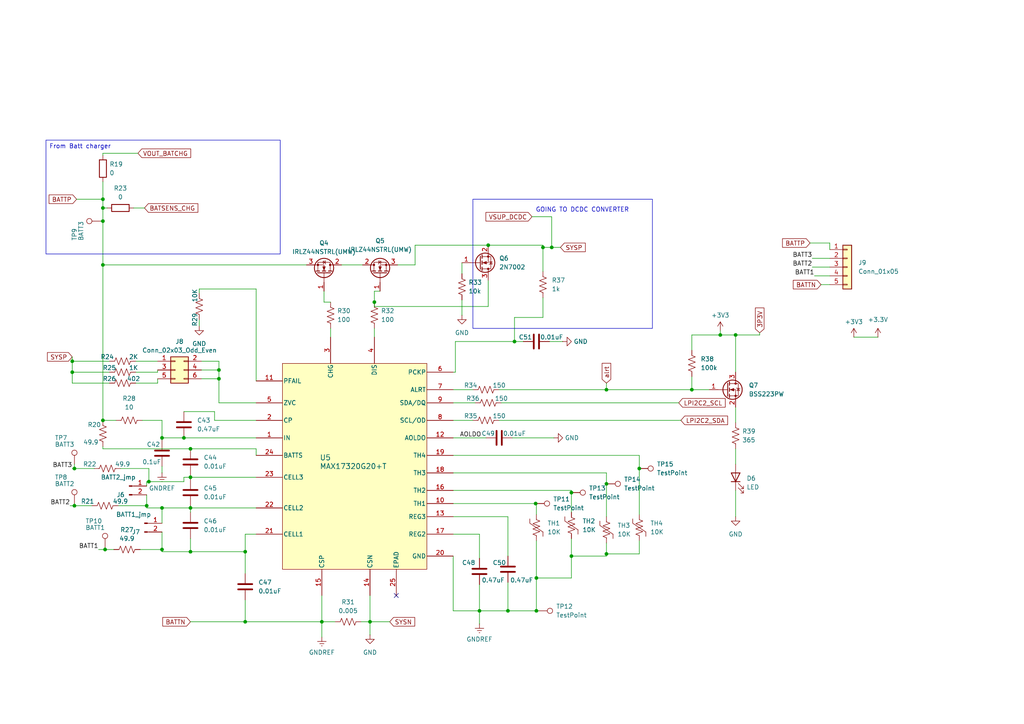
<source format=kicad_sch>
(kicad_sch (version 20250114) (generator "eeschema") (generator_version "9.0")
  (paper "A4")
  (lib_symbols
    (symbol "Connector:Conn_01x02_Pin" (pin_names (offset 1.016) (hide yes))
      (property "Reference" "J" (at 0 2.54 0))
      (property "Value" "Conn_01x02_Pin" (at 0 -5.08 0))
      (symbol "Conn_01x02_Pin_1_1"
        (rectangle (start 0.8636 0.127) (end 0 -0.127) (stroke (width 0.1524)) (fill (type outline)))
        (rectangle (start 0.8636 -2.413) (end 0 -2.667) (stroke (width 0.1524)) (fill (type outline)))
        (polyline (pts (xy 1.27 0) (xy 0.8636 0)) (stroke (width 0.1524)))
        (polyline (pts (xy 1.27 -2.54) (xy 0.8636 -2.54)) (stroke (width 0.1524)))
        (pin passive line (at 5.08 0 180) (length 3.81) (name "Pin_1") (number "1"))
        (pin passive line (at 5.08 -2.54 180) (length 3.81) (name "Pin_2") (number "2"))
      )
    )
    (symbol "Connector:TestPoint" (pin_numbers (hide yes)) (pin_names (offset 0.762) (hide yes))
      (property "Reference" "TP" (at 0 6.858 0))
      (property "Value" "TestPoint" (at 0 5.08 0))
      (symbol "TestPoint_0_1"
        (circle (center 0 3.302) (radius 0.762))
      )
      (symbol "TestPoint_1_1"
        (pin passive line (at 0 0 90) (length 2.54) (name "1") (number "1"))
      )
    )
    (symbol "Connector_Generic:Conn_01x05" (pin_names (offset 1.016) (hide yes))
      (property "Reference" "J" (at 0 7.62 0))
      (property "Value" "Conn_01x05" (at 0 -7.62 0))
      (symbol "Conn_01x05_1_1"
        (rectangle (start -1.27 6.35) (end 1.27 -6.35) (stroke (width 0.254)) (fill (type background)))
        (rectangle (start -1.27 5.207) (end 0 4.953) (stroke (width 0.1524)))
        (rectangle (start -1.27 2.667) (end 0 2.413) (stroke (width 0.1524)))
        (rectangle (start -1.27 0.127) (end 0 -0.127) (stroke (width 0.1524)))
        (rectangle (start -1.27 -2.413) (end 0 -2.667) (stroke (width 0.1524)))
        (rectangle (start -1.27 -4.953) (end 0 -5.207) (stroke (width 0.1524)))
        (pin passive line (at -5.08 5.08 0) (length 3.81) (name "Pin_1") (number "1"))
        (pin passive line (at -5.08 2.54 0) (length 3.81) (name "Pin_2") (number "2"))
        (pin passive line (at -5.08 0 0) (length 3.81) (name "Pin_3") (number "3"))
        (pin passive line (at -5.08 -2.54 0) (length 3.81) (name "Pin_4") (number "4"))
        (pin passive line (at -5.08 -5.08 0) (length 3.81) (name "Pin_5") (number "5"))
      )
    )
    (symbol "Connector_Generic:Conn_02x03_Odd_Even" (pin_names (offset 1.016) (hide yes))
      (property "Reference" "J" (at 1.27 5.08 0))
      (property "Value" "Conn_02x03_Odd_Even" (at 1.27 -5.08 0))
      (symbol "Conn_02x03_Odd_Even_1_1"
        (rectangle (start -1.27 3.81) (end 3.81 -3.81) (stroke (width 0.254)) (fill (type background)))
        (rectangle (start -1.27 2.667) (end 0 2.413) (stroke (width 0.1524)))
        (rectangle (start -1.27 0.127) (end 0 -0.127) (stroke (width 0.1524)))
        (rectangle (start -1.27 -2.413) (end 0 -2.667) (stroke (width 0.1524)))
        (rectangle (start 3.81 2.667) (end 2.54 2.413) (stroke (width 0.1524)))
        (rectangle (start 3.81 0.127) (end 2.54 -0.127) (stroke (width 0.1524)))
        (rectangle (start 3.81 -2.413) (end 2.54 -2.667) (stroke (width 0.1524)))
        (pin passive line (at -5.08 2.54 0) (length 3.81) (name "Pin_1") (number "1"))
        (pin passive line (at -5.08 0 0) (length 3.81) (name "Pin_3") (number "3"))
        (pin passive line (at -5.08 -2.54 0) (length 3.81) (name "Pin_5") (number "5"))
        (pin passive line (at 7.62 2.54 180) (length 3.81) (name "Pin_2") (number "2"))
        (pin passive line (at 7.62 0 180) (length 3.81) (name "Pin_4") (number "4"))
        (pin passive line (at 7.62 -2.54 180) (length 3.81) (name "Pin_6") (number "6"))
      )
    )
    (symbol "Device:C" (pin_numbers (hide yes)) (pin_names (offset 0.254))
      (property "Reference" "C" (at 0.635 2.54 0))
      (property "Value" "C" (at 0.635 -2.54 0))
      (symbol "C_0_1"
        (polyline (pts (xy -2.032 0.762) (xy 2.032 0.762)) (stroke (width 0.508)))
        (polyline (pts (xy -2.032 -0.762) (xy 2.032 -0.762)) (stroke (width 0.508)))
      )
      (symbol "C_1_1"
        (pin passive line (at 0 3.81 270) (length 2.794) (name "~") (number "1"))
        (pin passive line (at 0 -3.81 90) (length 2.794) (name "~") (number "2"))
      )
    )
    (symbol "Device:LED" (pin_numbers (hide yes)) (pin_names (offset 1.016) (hide yes))
      (property "Reference" "D" (at 0 2.54 0))
      (property "Value" "LED" (at 0 -2.54 0))
      (symbol "LED_0_1"
        (polyline (pts (xy -3.048 -0.762) (xy -4.572 -2.286) (xy -3.81 -2.286) (xy -4.572 -2.286) (xy -4.572 -1.524)))
        (polyline (pts (xy -1.778 -0.762) (xy -3.302 -2.286) (xy -2.54 -2.286) (xy -3.302 -2.286) (xy -3.302 -1.524)))
        (polyline (pts (xy -1.27 0) (xy 1.27 0)))
        (polyline (pts (xy -1.27 -1.27) (xy -1.27 1.27)) (stroke (width 0.254)))
        (polyline (pts (xy 1.27 -1.27) (xy 1.27 1.27) (xy -1.27 0) (xy 1.27 -1.27)) (stroke (width 0.254)))
      )
      (symbol "LED_1_1"
        (pin passive line (at -3.81 0 0) (length 2.54) (name "K") (number "1"))
        (pin passive line (at 3.81 0 180) (length 2.54) (name "A") (number "2"))
      )
    )
    (symbol "Device:Q_NMOS_GSD" (pin_names (offset 0) (hide yes))
      (property "Reference" "Q" (at 5.08 1.27 0))
      (property "Value" "Q_NMOS_GSD" (at 5.08 -1.27 0))
      (symbol "Q_NMOS_GSD_0_1"
        (polyline (pts (xy 0.254 1.905) (xy 0.254 -1.905)) (stroke (width 0.254)))
        (polyline (pts (xy 0.254 0) (xy -2.54 0)))
        (polyline (pts (xy 0.762 2.286) (xy 0.762 1.27)) (stroke (width 0.254)))
        (polyline (pts (xy 0.762 0.508) (xy 0.762 -0.508)) (stroke (width 0.254)))
        (polyline (pts (xy 0.762 -1.27) (xy 0.762 -2.286)) (stroke (width 0.254)))
        (polyline (pts (xy 0.762 -1.778) (xy 3.302 -1.778) (xy 3.302 1.778) (xy 0.762 1.778)))
        (polyline (pts (xy 1.016 0) (xy 2.032 0.381) (xy 2.032 -0.381) (xy 1.016 0)) (fill (type outline)))
        (circle (center 1.651 0) (radius 2.794) (stroke (width 0.254)))
        (polyline (pts (xy 2.54 2.54) (xy 2.54 1.778)))
        (circle (center 2.54 1.778) (radius 0.254) (fill (type outline)))
        (circle (center 2.54 -1.778) (radius 0.254) (fill (type outline)))
        (polyline (pts (xy 2.54 -2.54) (xy 2.54 0) (xy 0.762 0)))
        (polyline (pts (xy 2.794 0.508) (xy 2.921 0.381) (xy 3.683 0.381) (xy 3.81 0.254)))
        (polyline (pts (xy 3.302 0.381) (xy 2.921 -0.254) (xy 3.683 -0.254) (xy 3.302 0.381)))
      )
      (symbol "Q_NMOS_GSD_1_1"
        (pin input line (at -5.08 0 0) (length 2.54) (name "G") (number "1"))
        (pin passive line (at 2.54 5.08 270) (length 2.54) (name "D") (number "3"))
        (pin passive line (at 2.54 -5.08 90) (length 2.54) (name "S") (number "2"))
      )
    )
    (symbol "Device:R" (pin_numbers (hide yes)) (pin_names (offset 0))
      (property "Reference" "R" (at 2.032 0 90))
      (property "Value" "R" (at 0 0 90))
      (symbol "R_0_1"
        (rectangle (start -1.016 -2.54) (end 1.016 2.54) (stroke (width 0.254)))
      )
      (symbol "R_1_1"
        (pin passive line (at 0 3.81 270) (length 1.27) (name "~") (number "1"))
        (pin passive line (at 0 -3.81 90) (length 1.27) (name "~") (number "2"))
      )
    )
    (symbol "Device:R_US" (pin_numbers (hide yes)) (pin_names (offset 0))
      (property "Reference" "R" (at 2.54 0 90))
      (property "Value" "R_US" (at -2.54 0 90))
      (symbol "R_US_0_1"
        (polyline (pts (xy 0 2.286) (xy 0 2.54)))
        (polyline (pts (xy 0 2.286) (xy 1.016 1.905) (xy 0 1.524) (xy -1.016 1.143) (xy 0 0.762)))
        (polyline (pts (xy 0 0.762) (xy 1.016 0.381) (xy 0 0) (xy -1.016 -0.381) (xy 0 -0.762)))
        (polyline (pts (xy 0 -0.762) (xy 1.016 -1.143) (xy 0 -1.524) (xy -1.016 -1.905) (xy 0 -2.286)))
        (polyline (pts (xy 0 -2.286) (xy 0 -2.54)))
      )
      (symbol "R_US_1_1"
        (pin passive line (at 0 3.81 270) (length 1.27) (name "~") (number "1"))
        (pin passive line (at 0 -3.81 90) (length 1.27) (name "~") (number "2"))
      )
    )
    (symbol "Device:Thermistor_US" (pin_numbers (hide yes)) (pin_names (offset 0))
      (property "Reference" "TH" (at 2.54 1.27 90))
      (property "Value" "Thermistor_US" (at -2.54 0 90))
      (symbol "Thermistor_US_0_1"
        (polyline (pts (xy -1.905 2.54) (xy -1.905 1.27) (xy 1.905 -1.27)))
        (polyline (pts (xy 0 2.286) (xy 0 2.54)))
        (polyline (pts (xy 0 2.286) (xy 1.016 1.905) (xy 0 1.524) (xy -1.016 1.143) (xy 0 0.762)))
        (polyline (pts (xy 0 0.762) (xy 1.016 0.381) (xy 0 0) (xy -1.016 -0.381) (xy 0 -0.762)))
        (polyline (pts (xy 0 -0.762) (xy 1.016 -1.143) (xy 0 -1.524) (xy -1.016 -1.905) (xy 0 -2.286)))
        (polyline (pts (xy 0 -2.286) (xy 0 -2.54)))
        (polyline (pts (xy 1.905 -1.27) (xy 1.905 -2.54)))
      )
      (symbol "Thermistor_US_1_1"
        (pin passive line (at 0 3.81 270) (length 1.27) (name "~") (number "1"))
        (pin passive line (at 0 -3.81 90) (length 1.27) (name "~") (number "2"))
      )
    )
    (symbol "MAX17320G20-T:MAX17320G20+T" (pin_names (offset 0.254))
      (property "Reference" "U" (at 2.54 -1.016 0))
      (property "Value" "MAX17320G20+T" (at 2.54 1.524 0))
      (symbol "MAX17320G20+T_0_1"
        (pin unspecified line (at -25.4 22.86 0) (length 7.62) (name "PFAIL") (number "11"))
        (pin unspecified line (at -25.4 16.51 0) (length 7.62) (name "ZVC") (number "5"))
        (pin output line (at -25.4 11.43 0) (length 7.62) (name "CP") (number "2"))
        (pin input line (at -25.4 6.35 0) (length 7.62) (name "IN") (number "1"))
        (pin unspecified line (at -25.4 1.27 0) (length 7.62) (name "BATTS") (number "24"))
        (pin unspecified line (at -25.4 -5.08 0) (length 7.62) (name "CELL3") (number "23"))
        (pin unspecified line (at -25.4 -13.97 0) (length 7.62) (name "CELL2") (number "22"))
        (pin unspecified line (at -25.4 -21.59 0) (length 7.62) (name "CELL1") (number "21"))
        (pin unspecified line (at -6.35 -39.37 90) (length 7.62) (name "CSP") (number "15"))
        (pin unspecified line (at -3.81 35.56 270) (length 7.62) (name "CHG") (number "3"))
        (pin unspecified line (at 7.62 -39.37 90) (length 7.62) (name "CSN") (number "14"))
        (pin unspecified line (at 8.89 35.56 270) (length 7.62) (name "DIS") (number "4"))
        (pin power_in line (at 15.24 -39.37 90) (length 7.62) (name "EPAD") (number "25"))
        (pin output line (at 31.75 20.32 180) (length 7.62) (name "ALRT") (number "7"))
        (pin bidirectional line (at 31.75 16.51 180) (length 7.62) (name "SDA/DQ") (number "9"))
        (pin input line (at 31.75 11.43 180) (length 7.62) (name "SCL/OD") (number "8"))
        (pin unspecified line (at 31.75 6.35 180) (length 7.62) (name "AOLDO") (number "12"))
        (pin input line (at 31.75 1.27 180) (length 7.62) (name "TH4") (number "19"))
        (pin input line (at 31.75 -3.81 180) (length 7.62) (name "TH3") (number "18"))
        (pin input line (at 31.75 -8.89 180) (length 7.62) (name "TH2") (number "16"))
        (pin input line (at 31.75 -12.7 180) (length 7.62) (name "TH1") (number "10"))
        (pin output line (at 31.75 -16.51 180) (length 7.62) (name "REG3") (number "13"))
        (pin output line (at 31.75 -21.59 180) (length 7.62) (name "REG2") (number "17"))
        (pin power_in line (at 31.75 -27.94 180) (length 7.62) (name "GND") (number "20"))
      )
      (symbol "MAX17320G20+T_1_1"
        (rectangle (start -17.78 27.94) (end 24.13 -31.75) (fill (type background)))
        (pin unspecified line (at 31.75 25.4 180) (length 7.62) (name "PCKP") (number "6"))
      )
    )
    (symbol "Transistor_FET:2N7002" (pin_names (hide yes))
      (property "Reference" "Q" (at 5.08 1.905 0))
      (property "Value" "2N7002" (at 5.08 0 0))
      (symbol "2N7002_0_1"
        (polyline (pts (xy 0.254 1.905) (xy 0.254 -1.905)) (stroke (width 0.254)))
        (polyline (pts (xy 0.254 0) (xy -2.54 0)))
        (polyline (pts (xy 0.762 2.286) (xy 0.762 1.27)) (stroke (width 0.254)))
        (polyline (pts (xy 0.762 0.508) (xy 0.762 -0.508)) (stroke (width 0.254)))
        (polyline (pts (xy 0.762 -1.27) (xy 0.762 -2.286)) (stroke (width 0.254)))
        (polyline (pts (xy 0.762 -1.778) (xy 3.302 -1.778) (xy 3.302 1.778) (xy 0.762 1.778)))
        (polyline (pts (xy 1.016 0) (xy 2.032 0.381) (xy 2.032 -0.381) (xy 1.016 0)) (fill (type outline)))
        (circle (center 1.651 0) (radius 2.794) (stroke (width 0.254)))
        (polyline (pts (xy 2.54 2.54) (xy 2.54 1.778)))
        (circle (center 2.54 1.778) (radius 0.254) (fill (type outline)))
        (circle (center 2.54 -1.778) (radius 0.254) (fill (type outline)))
        (polyline (pts (xy 2.54 -2.54) (xy 2.54 0) (xy 0.762 0)))
        (polyline (pts (xy 2.794 0.508) (xy 2.921 0.381) (xy 3.683 0.381) (xy 3.81 0.254)))
        (polyline (pts (xy 3.302 0.381) (xy 2.921 -0.254) (xy 3.683 -0.254) (xy 3.302 0.381)))
      )
      (symbol "2N7002_1_1"
        (pin input line (at -5.08 0 0) (length 2.54) (name "G") (number "1"))
        (pin passive line (at 2.54 5.08 270) (length 2.54) (name "D") (number "3"))
        (pin passive line (at 2.54 -5.08 90) (length 2.54) (name "S") (number "2"))
      )
    )
    (symbol "Transistor_FET:IRLZ44N" (pin_names (hide yes))
      (property "Reference" "Q" (at 5.08 1.905 0))
      (property "Value" "IRLZ44N" (at 5.08 0 0))
      (symbol "IRLZ44N_0_1"
        (polyline (pts (xy 0.254 1.905) (xy 0.254 -1.905)) (stroke (width 0.254)))
        (polyline (pts (xy 0.254 0) (xy -2.54 0)))
        (polyline (pts (xy 0.762 2.286) (xy 0.762 1.27)) (stroke (width 0.254)))
        (polyline (pts (xy 0.762 0.508) (xy 0.762 -0.508)) (stroke (width 0.254)))
        (polyline (pts (xy 0.762 -1.27) (xy 0.762 -2.286)) (stroke (width 0.254)))
        (polyline (pts (xy 0.762 -1.778) (xy 3.302 -1.778) (xy 3.302 1.778) (xy 0.762 1.778)))
        (polyline (pts (xy 1.016 0) (xy 2.032 0.381) (xy 2.032 -0.381) (xy 1.016 0)) (fill (type outline)))
        (circle (center 1.651 0) (radius 2.794) (stroke (width 0.254)))
        (polyline (pts (xy 2.54 2.54) (xy 2.54 1.778)))
        (circle (center 2.54 1.778) (radius 0.254) (fill (type outline)))
        (circle (center 2.54 -1.778) (radius 0.254) (fill (type outline)))
        (polyline (pts (xy 2.54 -2.54) (xy 2.54 0) (xy 0.762 0)))
        (polyline (pts (xy 2.794 0.508) (xy 2.921 0.381) (xy 3.683 0.381) (xy 3.81 0.254)))
        (polyline (pts (xy 3.302 0.381) (xy 2.921 -0.254) (xy 3.683 -0.254) (xy 3.302 0.381)))
      )
      (symbol "IRLZ44N_1_1"
        (pin input line (at -5.08 0 0) (length 2.54) (name "G") (number "1"))
        (pin passive line (at 2.54 5.08 270) (length 2.54) (name "D") (number "2"))
        (pin passive line (at 2.54 -5.08 90) (length 2.54) (name "S") (number "3"))
      )
    )
    (symbol "power:+3.3V" (power) (pin_numbers (hide yes)) (pin_names (offset 0) (hide yes))
      (property "Value" "+3.3V" (at 0 3.556 0))
      (symbol "+3.3V_0_1"
        (polyline (pts (xy -0.762 1.27) (xy 0 2.54)))
        (polyline (pts (xy 0 2.54) (xy 0.762 1.27)))
        (polyline (pts (xy 0 0) (xy 0 2.54)))
      )
      (symbol "+3.3V_1_1"
        (pin power_in line (at 0 0 90) (length 0) (name "~") (number "1"))
      )
    )
    (symbol "power:+3V3" (power) (pin_numbers (hide yes)) (pin_names (offset 0) (hide yes))
      (property "Value" "+3V3" (at 0 3.556 0))
      (symbol "+3V3_0_1"
        (polyline (pts (xy -0.762 1.27) (xy 0 2.54)))
        (polyline (pts (xy 0 2.54) (xy 0.762 1.27)))
        (polyline (pts (xy 0 0) (xy 0 2.54)))
      )
      (symbol "+3V3_1_1"
        (pin power_in line (at 0 0 90) (length 0) (name "~") (number "1"))
      )
    )
    (symbol "power:GND" (power) (pin_numbers (hide yes)) (pin_names (offset 0) (hide yes))
      (property "Value" "GND" (at 0 -3.81 0))
      (symbol "GND_0_1"
        (polyline (pts (xy 0 0) (xy 0 -1.27) (xy 1.27 -1.27) (xy 0 -2.54) (xy -1.27 -1.27) (xy 0 -1.27)))
      )
      (symbol "GND_1_1"
        (pin power_in line (at 0 0 270) (length 0) (name "~") (number "1"))
      )
    )
    (symbol "power:GNDREF" (power) (pin_numbers (hide yes)) (pin_names (offset 0) (hide yes))
      (property "Value" "GNDREF" (at 0 -3.81 0))
      (symbol "GNDREF_0_1"
        (polyline (pts (xy -0.635 -1.905) (xy 0.635 -1.905)))
        (polyline (pts (xy -0.127 -2.54) (xy 0.127 -2.54)))
        (polyline (pts (xy 0 -1.27) (xy 0 0)))
        (polyline (pts (xy 1.27 -1.27) (xy -1.27 -1.27)))
      )
      (symbol "GNDREF_1_1"
        (pin power_in line (at 0 0 270) (length 0) (name "~") (number "1"))
      )
    )
  )
  (rectangle (start 137.16 57.785) (end 189.23 95.25))
  (text "GOING TO DCDC CONVERTER" (at 168.91 60.96 0) (effects (font (size 1.27 1.27))))
  (text_box "From Batt charger\n" (at 13.335 40.64 0) (size 67.945 33.02) (margins 0.9525 0.9525 0.9525 0.9525) (effects (font (size 1.27 1.27)) (justify left top)))
  (junction (at 29.845 64.135))
  (junction (at 107.315 180.34))
  (junction (at 29.845 57.785))
  (junction (at 42.545 146.685))
  (junction (at 157.48 71.755))
  (junction (at 71.12 180.34))
  (junction (at 147.32 177.165))
  (junction (at 46.99 159.385))
  (junction (at 200.66 113.03))
  (junction (at 141.605 71.12))
  (junction (at 29.845 76.835))
  (junction (at 208.915 97.155))
  (junction (at 149.225 99.06))
  (junction (at 46.99 127))
  (junction (at 29.845 60.325))
  (junction (at 55.245 130.175))
  (junction (at 139.065 177.165))
  (junction (at 55.245 138.43))
  (junction (at 55.245 160.02))
  (junction (at 29.845 121.92))
  (junction (at 213.36 97.155))
  (junction (at 108.585 87.63))
  (junction (at 71.12 160.02))
  (junction (at 63.5 107.315))
  (junction (at 21.59 146.685))
  (junction (at 20.955 107.95))
  (junction (at 43.18 139.7))
  (junction (at 30.48 159.385))
  (junction (at 155.575 167.64))
  (junction (at 185.42 135.89))
  (junction (at 175.895 140.335))
  (junction (at 160.02 71.755))
  (junction (at 165.735 161.29))
  (junction (at 175.895 160.655))
  (junction (at 155.3543 146.05))
  (junction (at 63.5 109.855))
  (junction (at 155.575 177.165))
  (junction (at 165.735 142.875))
  (junction (at 21.59 135.89))
  (junction (at 46.99 147.32))
  (junction (at 20.955 104.775))
  (junction (at 53.34 127))
  (junction (at 55.245 147.32))
  (junction (at 175.895 113.03))
  (junction (at 93.345 180.34))
  (no_connect (at 114.935 172.72))
  (wire (pts (xy 29.845 76.835) (xy 88.9 76.835)))
  (wire (pts (xy 157.48 86.36) (xy 157.48 92.075)))
  (wire (pts (xy 74.295 130.175) (xy 74.295 132.08)))
  (wire (pts (xy 155.575 156.845) (xy 155.575 167.64)))
  (wire (pts (xy 141.605 81.28) (xy 141.605 88.9)))
  (wire (pts (xy 131.445 149.86) (xy 147.32 149.86)))
  (wire (pts (xy 30.48 158.75) (xy 30.48 159.385)))
  (wire (pts (xy 46.99 160.02) (xy 55.245 160.02)))
  (wire (pts (xy 62.23 121.92) (xy 62.23 119.38)))
  (wire (pts (xy 165.735 142.875) (xy 165.735 148.59)))
  (wire (pts (xy 28.575 159.385) (xy 30.48 159.385)))
  (wire (pts (xy 131.445 132.08) (xy 185.42 132.08)))
  (wire (pts (xy 21.59 146.685) (xy 26.67 146.685)))
  (wire (pts (xy 63.5 104.775) (xy 63.5 107.315)))
  (wire (pts (xy 104.775 180.34) (xy 107.315 180.34)))
  (wire (pts (xy 149.225 99.06) (xy 151.765 99.06)))
  (wire (pts (xy 147.32 149.86) (xy 147.32 161.29)))
  (wire (pts (xy 108.585 88.9) (xy 141.605 88.9)))
  (wire (pts (xy 46.99 127.635) (xy 46.99 127)))
  (wire (pts (xy 157.48 78.74) (xy 157.48 71.755)))
  (wire (pts (xy 29.845 121.92) (xy 33.655 121.92)))
  (wire (pts (xy 71.12 173.99) (xy 71.12 180.34)))
  (wire (pts (xy 139.065 154.94) (xy 139.065 161.925)))
  (wire (pts (xy 38.735 60.325) (xy 41.91 60.325)))
  (wire (pts (xy 93.98 87.63) (xy 93.98 84.455)))
  (wire (pts (xy 55.245 137.795) (xy 55.245 138.43)))
  (wire (pts (xy 200.66 97.155) (xy 200.66 101.6)))
  (wire (pts (xy 20.955 104.775) (xy 31.75 104.775)))
  (wire (pts (xy 144.78 113.03) (xy 175.895 113.03)))
  (wire (pts (xy 165.735 167.64) (xy 155.575 167.64)))
  (wire (pts (xy 131.445 127) (xy 140.97 127)))
  (wire (pts (xy 175.895 137.16) (xy 175.895 140.335)))
  (wire (pts (xy 39.37 111.125) (xy 45.72 111.125)))
  (wire (pts (xy 46.99 154.305) (xy 46.99 159.385)))
  (wire (pts (xy 240.665 70.485) (xy 240.665 72.39)))
  (wire (pts (xy 63.5 107.315) (xy 63.5 109.855)))
  (wire (pts (xy 71.12 154.94) (xy 74.295 154.94)))
  (wire (pts (xy 147.32 177.165) (xy 139.065 177.165)))
  (wire (pts (xy 42.545 143.51) (xy 42.545 146.685)))
  (wire (pts (xy 34.29 146.685) (xy 42.545 146.685)))
  (wire (pts (xy 107.315 180.34) (xy 107.315 184.15)))
  (wire (pts (xy 213.36 118.11) (xy 213.36 122.555)))
  (wire (pts (xy 165.735 156.21) (xy 165.735 161.29)))
  (wire (pts (xy 22.225 57.785) (xy 29.845 57.785)))
  (wire (pts (xy 20.955 103.505) (xy 20.955 104.775)))
  (wire (pts (xy 29.845 64.135) (xy 29.845 76.835)))
  (wire (pts (xy 53.34 138.43) (xy 55.245 138.43)))
  (wire (pts (xy 145.415 116.84) (xy 196.85 116.84)))
  (wire (pts (xy 42.545 139.7) (xy 43.18 139.7)))
  (wire (pts (xy 175.895 157.48) (xy 175.895 160.655)))
  (wire (pts (xy 95.885 95.25) (xy 95.885 97.79)))
  (wire (pts (xy 157.48 71.755) (xy 157.48 71.12)))
  (wire (pts (xy 93.345 180.34) (xy 93.345 172.72)))
  (wire (pts (xy 93.345 180.34) (xy 97.155 180.34)))
  (wire (pts (xy 131.445 146.05) (xy 155.3543 146.05)))
  (wire (pts (xy 71.12 180.34) (xy 93.345 180.34)))
  (wire (pts (xy 185.42 135.89) (xy 185.42 149.225)))
  (wire (pts (xy 160.02 62.865) (xy 160.02 71.755)))
  (wire (pts (xy 236.22 80.01) (xy 240.665 80.01)))
  (wire (pts (xy 58.42 109.855) (xy 63.5 109.855)))
  (wire (pts (xy 149.225 92.075) (xy 149.225 99.06)))
  (wire (pts (xy 175.895 140.335) (xy 175.895 149.86)))
  (wire (pts (xy 155.575 177.165) (xy 156.21 177.165)))
  (wire (pts (xy 29.845 76.835) (xy 29.845 121.92)))
  (wire (pts (xy 147.32 177.165) (xy 155.575 177.165)))
  (wire (pts (xy 55.245 130.175) (xy 74.295 130.175)))
  (wire (pts (xy 46.99 151.765) (xy 46.99 147.32)))
  (wire (pts (xy 29.845 129.54) (xy 29.845 130.175)))
  (wire (pts (xy 46.99 147.32) (xy 42.545 147.32)))
  (wire (pts (xy 133.985 76.2) (xy 133.985 79.375)))
  (wire (pts (xy 159.385 99.06) (xy 163.195 99.06)))
  (wire (pts (xy 131.445 121.92) (xy 137.16 121.92)))
  (wire (pts (xy 21.59 135.89) (xy 27.305 135.89)))
  (wire (pts (xy 175.895 160.655) (xy 175.895 161.29)))
  (wire (pts (xy 58.42 104.775) (xy 63.5 104.775)))
  (wire (pts (xy 29.845 60.325) (xy 31.115 60.325)))
  (wire (pts (xy 29.845 57.785) (xy 29.845 60.325)))
  (wire (pts (xy 208.915 97.155) (xy 213.36 97.155)))
  (wire (pts (xy 131.445 142.24) (xy 165.735 142.24)))
  (wire (pts (xy 74.295 147.32) (xy 55.245 147.32)))
  (wire (pts (xy 132.08 99.06) (xy 132.08 107.95)))
  (wire (pts (xy 235.585 77.47) (xy 240.665 77.47)))
  (wire (pts (xy 29.845 130.175) (xy 55.245 130.175)))
  (wire (pts (xy 55.245 180.34) (xy 71.12 180.34)))
  (wire (pts (xy 235.585 74.93) (xy 240.665 74.93)))
  (wire (pts (xy 175.895 111.125) (xy 175.895 113.03)))
  (wire (pts (xy 185.42 156.845) (xy 185.42 160.655)))
  (wire (pts (xy 200.66 97.155) (xy 208.915 97.155)))
  (wire (pts (xy 147.32 168.91) (xy 147.32 177.165)))
  (wire (pts (xy 213.36 142.24) (xy 213.36 149.86)))
  (wire (pts (xy 154.305 62.865) (xy 160.02 62.865)))
  (wire (pts (xy 55.245 160.02) (xy 71.12 160.02)))
  (wire (pts (xy 220.345 96.52) (xy 220.345 97.155)))
  (wire (pts (xy 132.08 107.95) (xy 131.445 107.95)))
  (wire (pts (xy 200.66 109.22) (xy 200.66 113.03)))
  (wire (pts (xy 63.5 116.84) (xy 74.295 116.84)))
  (wire (pts (xy 46.99 121.92) (xy 46.99 127)))
  (wire (pts (xy 20.32 146.685) (xy 21.59 146.685)))
  (wire (pts (xy 20.955 111.125) (xy 20.955 107.95)))
  (wire (pts (xy 55.245 139.065) (xy 55.245 138.43)))
  (wire (pts (xy 31.75 111.125) (xy 20.955 111.125)))
  (wire (pts (xy 115.316 76.835) (xy 120.396 76.835)))
  (wire (pts (xy 165.735 142.24) (xy 165.735 142.875)))
  (wire (pts (xy 55.245 138.43) (xy 74.295 138.43)))
  (wire (pts (xy 157.48 71.755) (xy 160.02 71.755)))
  (wire (pts (xy 131.445 113.03) (xy 137.16 113.03)))
  (wire (pts (xy 29.845 60.325) (xy 29.845 64.135)))
  (wire (pts (xy 247.65 97.79) (xy 254.635 97.79)))
  (wire (pts (xy 131.445 137.16) (xy 175.895 137.16)))
  (wire (pts (xy 55.245 156.21) (xy 55.245 160.02)))
  (wire (pts (xy 46.99 147.32) (xy 55.245 147.32)))
  (wire (pts (xy 108.585 88.9) (xy 108.585 87.63)))
  (wire (pts (xy 53.34 139.7) (xy 53.34 138.43)))
  (wire (pts (xy 208.915 95.885) (xy 208.915 97.155)))
  (wire (pts (xy 139.065 177.165) (xy 139.065 180.975)))
  (wire (pts (xy 213.36 130.175) (xy 213.36 134.62)))
  (wire (pts (xy 55.245 147.32) (xy 55.245 148.59)))
  (wire (pts (xy 46.99 127) (xy 53.34 127)))
  (wire (pts (xy 200.66 113.03) (xy 205.74 113.03)))
  (wire (pts (xy 46.99 159.385) (xy 46.99 160.02)))
  (wire (pts (xy 20.955 135.89) (xy 21.59 135.89)))
  (wire (pts (xy 74.295 121.92) (xy 62.23 121.92)))
  (wire (pts (xy 45.72 107.95) (xy 45.72 107.315)))
  (wire (pts (xy 131.445 154.94) (xy 139.065 154.94)))
  (wire (pts (xy 29.21 64.135) (xy 29.845 64.135)))
  (wire (pts (xy 165.735 161.29) (xy 175.895 161.29)))
  (wire (pts (xy 133.985 86.995) (xy 133.985 91.44)))
  (wire (pts (xy 29.845 52.705) (xy 29.845 57.785)))
  (wire (pts (xy 30.48 159.385) (xy 33.02 159.385)))
  (wire (pts (xy 185.42 132.08) (xy 185.42 135.89)))
  (wire (pts (xy 29.845 44.45) (xy 40.005 44.45)))
  (wire (pts (xy 108.585 87.63) (xy 108.585 84.455)))
  (wire (pts (xy 238.125 82.55) (xy 240.665 82.55)))
  (wire (pts (xy 234.95 70.485) (xy 240.665 70.485)))
  (wire (pts (xy 71.12 166.37) (xy 71.12 160.02)))
  (wire (pts (xy 139.065 169.545) (xy 139.065 177.165)))
  (wire (pts (xy 107.315 172.72) (xy 107.315 180.34)))
  (wire (pts (xy 93.345 180.34) (xy 93.345 184.785)))
  (wire (pts (xy 63.5 109.855) (xy 63.5 116.84)))
  (wire (pts (xy 132.08 99.06) (xy 149.225 99.06)))
  (wire (pts (xy 53.34 127) (xy 74.295 127)))
  (wire (pts (xy 20.955 107.95) (xy 20.955 104.775)))
  (wire (pts (xy 148.59 127) (xy 160.655 127)))
  (wire (pts (xy 160.02 71.755) (xy 162.56 71.755)))
  (wire (pts (xy 58.42 107.315) (xy 63.5 107.315)))
  (wire (pts (xy 108.585 84.455) (xy 110.236 84.455)))
  (wire (pts (xy 155.575 167.64) (xy 155.575 177.165)))
  (wire (pts (xy 41.275 121.92) (xy 46.99 121.92)))
  (wire (pts (xy 46.99 135.255) (xy 46.99 137.16)))
  (wire (pts (xy 57.785 92.71) (xy 57.785 94.615)))
  (wire (pts (xy 31.75 107.95) (xy 20.955 107.95)))
  (wire (pts (xy 131.445 177.165) (xy 131.445 161.29)))
  (wire (pts (xy 57.785 83.82) (xy 57.785 85.09)))
  (wire (pts (xy 45.72 111.125) (xy 45.72 109.855)))
  (wire (pts (xy 39.37 107.95) (xy 45.72 107.95)))
  (wire (pts (xy 155.575 146.05) (xy 155.575 149.225)))
  (wire (pts (xy 144.78 121.92) (xy 197.485 121.92)))
  (wire (pts (xy 131.445 177.165) (xy 139.065 177.165)))
  (wire (pts (xy 149.225 92.075) (xy 157.48 92.075)))
  (wire (pts (xy 213.36 107.95) (xy 213.36 97.155)))
  (wire (pts (xy 175.895 113.03) (xy 200.66 113.03)))
  (wire (pts (xy 175.895 160.655) (xy 185.42 160.655)))
  (wire (pts (xy 71.12 154.94) (xy 71.12 160.02)))
  (wire (pts (xy 220.345 97.155) (xy 213.36 97.155)))
  (wire (pts (xy 165.735 161.29) (xy 165.735 167.64)))
  (wire (pts (xy 21.59 134.62) (xy 21.59 135.89)))
  (wire (pts (xy 155.3543 146.05) (xy 155.575 146.05)))
  (wire (pts (xy 57.785 83.82) (xy 74.295 83.82)))
  (wire (pts (xy 42.545 146.685) (xy 42.545 147.32)))
  (wire (pts (xy 42.545 140.97) (xy 42.545 139.7)))
  (wire (pts (xy 141.605 71.12) (xy 157.48 71.12)))
  (wire (pts (xy 55.245 146.685) (xy 55.245 147.32)))
  (wire (pts (xy 131.445 116.84) (xy 137.795 116.84)))
  (wire (pts (xy 34.925 135.89) (xy 43.18 135.89)))
  (wire (pts (xy 21.59 146.05) (xy 21.59 146.685)))
  (wire (pts (xy 43.18 135.89) (xy 43.18 139.7)))
  (wire (pts (xy 74.295 83.82) (xy 74.295 110.49)))
  (wire (pts (xy 40.64 159.385) (xy 46.99 159.385)))
  (wire (pts (xy 39.37 104.775) (xy 45.72 104.775)))
  (wire (pts (xy 120.396 71.12) (xy 141.605 71.12)))
  (wire (pts (xy 29.845 45.085) (xy 29.845 44.45)))
  (wire (pts (xy 120.396 76.835) (xy 120.396 71.12)))
  (wire (pts (xy 99.06 76.835) (xy 105.156 76.835)))
  (wire (pts (xy 108.585 95.25) (xy 108.585 97.79)))
  (wire (pts (xy 62.23 119.38) (xy 53.34 119.38)))
  (wire (pts (xy 43.18 139.7) (xy 53.34 139.7)))
  (wire (pts (xy 95.885 87.63) (xy 93.98 87.63)))
  (wire (pts (xy 107.315 180.34) (xy 113.03 180.34)))
  (label "BATT3" (at 235.585 74.93 180))
  (label "AOLDO" (at 133.35 127 0))
  (label "BATT1" (at 28.575 159.385 180))
  (label "BATT3" (at 20.955 135.89 180))
  (label "BATT1" (at 236.22 80.01 180))
  (label "BATT2" (at 235.585 77.47 180))
  (label "BATT2" (at 20.32 146.685 180))
  (global_label "SYSN" (shape input) (at 113.03 180.34 0) (property "Intersheetrefs" "${INTERSHEET_REFS}" (effects (hide yes))))
  (global_label "BATTN" (shape input) (at 238.125 82.55 180) (property "Intersheetrefs" "${INTERSHEET_REFS}" (effects (hide yes))))
  (global_label "VSUP_DCDC" (shape input) (at 154.305 62.865 180) (property "Intersheetrefs" "${INTERSHEET_REFS}" (effects (hide yes))))
  (global_label "BATTP" (shape input) (at 22.225 57.785 180) (property "Intersheetrefs" "${INTERSHEET_REFS}" (effects (hide yes))))
  (global_label "LPI2C2_SCL" (shape input) (at 196.85 116.84 0) (property "Intersheetrefs" "${INTERSHEET_REFS}" (effects (hide yes))))
  (global_label "VOUT_BATCHG" (shape input) (at 40.005 44.45 0) (property "Intersheetrefs" "${INTERSHEET_REFS}" (effects (hide yes))))
  (global_label "BATTN" (shape input) (at 55.245 180.34 180) (property "Intersheetrefs" "${INTERSHEET_REFS}" (effects (hide yes))))
  (global_label "BATTP" (shape input) (at 234.95 70.485 180) (property "Intersheetrefs" "${INTERSHEET_REFS}" (effects (hide yes))))
  (global_label "SYSP" (shape input) (at 20.955 103.505 180) (property "Intersheetrefs" "${INTERSHEET_REFS}" (effects (hide yes))))
  (global_label "BATSENS_CHG" (shape input) (at 41.91 60.325 0) (property "Intersheetrefs" "${INTERSHEET_REFS}" (effects (hide yes))))
  (global_label "LPI2C2_SDA" (shape input) (at 197.485 121.92 0) (property "Intersheetrefs" "${INTERSHEET_REFS}" (effects (hide yes))))
  (global_label "alrt" (shape input) (at 175.895 111.125 90) (property "Intersheetrefs" "${INTERSHEET_REFS}" (effects (hide yes))))
  (global_label "3P3V" (shape input) (at 220.345 96.52 90) (property "Intersheetrefs" "${INTERSHEET_REFS}" (effects (hide yes))))
  (global_label "SYSP" (shape input) (at 162.56 71.755 0) (property "Intersheetrefs" "${INTERSHEET_REFS}" (effects (hide yes))))
  (symbol (lib_id "Device:R_US") (at 35.56 104.775 90) (unit 1)
    (property "Reference" "R24" (at 31.115 103.505 90))
    (property "Value" "2K" (at 38.735 103.505 90))
    (property "Footprint" "Resistor_SMD:R_0402_1005Metric" (effects (hide yes)))
    (property "Description" "Resistor, US symbol" (effects (hide yes)))
  )
  (symbol (lib_id "Transistor_FET:IRLZ44N") (at 93.98 79.375 270) (mirror x) (unit 1)
    (property "Reference" "Q4" (at 93.98 70.485 90))
    (property "Value" "IRLZ44NSTRL(UMW)" (at 93.98 73.025 90))
    (property "Footprint" "Package_TO_SOT_SMD:TO-263-2" (effects (hide yes)))
    (property "Datasheet" "http://www.irf.com/product-info/datasheets/data/irlz44n.pdf" (effects (hide yes)))
    (property "Description" "47A Id, 55V Vds, 22mOhm Rds Single N-Channel HEXFET Power MOSFET, TO-220AB" (effects (hide yes)))
  )
  (symbol (lib_id "Device:Thermistor_US") (at 155.575 153.035 0) (unit 1)
    (property "Reference" "TH1" (at 158.75 151.7649 0) (effects (justify left)))
    (property "Value" "10K" (at 158.75 154.3049 0) (effects (justify left)))
    (property "Footprint" "Resistor_SMD:R_0402_1005Metric" (effects (hide yes)))
    (property "Description" "Thermistor, temperature dependent resistor, US symbol" (effects (hide yes)))
    (property "Manu Part" "NCP15XH103F03RC" (effects (hide yes)))
  )
  (symbol (lib_id "Connector:TestPoint") (at 21.59 146.05 0) (unit 1)
    (property "Reference" "TP8" (at 15.875 138.43 0) (effects (justify left)))
    (property "Value" "BATT2" (at 15.875 140.335 0) (effects (justify left)))
    (property "Footprint" "TestPoint:TestPoint_Pad_D2.5mm" (effects (hide yes)))
    (property "Description" "test point" (effects (hide yes)))
  )
  (symbol (lib_id "Device:R_US") (at 140.97 121.92 90) (unit 1)
    (property "Reference" "R35" (at 136.525 120.65 90))
    (property "Value" "150" (at 144.78 120.65 90))
    (property "Footprint" "Resistor_SMD:R_0402_1005Metric" (effects (hide yes)))
    (property "Description" "Resistor, US symbol" (effects (hide yes)))
  )
  (symbol (lib_id "Device:C") (at 71.12 170.18 0) (unit 1)
    (property "Reference" "C47" (at 74.93 168.9099 0) (effects (justify left)))
    (property "Value" "0.01uF" (at 74.93 171.4499 0) (effects (justify left)))
    (property "Footprint" "Capacitor_SMD:C_0402_1005Metric" (effects (hide yes)))
    (property "Description" "Unpolarized capacitor" (effects (hide yes)))
  )
  (symbol (lib_id "power:GND") (at 160.655 127 90) (unit 1)
    (property "Reference" "#PWR061" (effects (hide yes)))
    (property "Value" "GND" (at 163.83 126.9999 90) (effects (justify right)))
    (property "Description" "Power symbol creates a global label with name \"GND\" , ground" (effects (hide yes)))
  )
  (symbol (lib_id "Device:R_US") (at 30.48 146.685 90) (unit 1)
    (property "Reference" "R21" (at 25.4 145.415 90))
    (property "Value" "49.9" (at 34.925 145.415 90))
    (property "Footprint" "Resistor_SMD:R_0402_1005Metric" (effects (hide yes)))
    (property "Description" "Resistor, US symbol" (effects (hide yes)))
  )
  (symbol (lib_id "Connector:TestPoint") (at 185.42 135.89 270) (unit 1)
    (property "Reference" "TP15" (at 190.5 134.6199 90) (effects (justify left)))
    (property "Value" "TestPoint" (at 190.5 137.1599 90) (effects (justify left)))
    (property "Footprint" "TestPoint:TestPoint_Pad_D2.5mm" (effects (hide yes)))
    (property "Description" "test point" (effects (hide yes)))
  )
  (symbol (lib_id "power:GND") (at 57.785 94.615 0) (unit 1)
    (property "Reference" "#PWR056" (effects (hide yes)))
    (property "Value" "GND" (at 57.785 99.695 0))
    (property "Description" "Power symbol creates a global label with name \"GND\" , ground" (effects (hide yes)))
  )
  (symbol (lib_id "power:+3V3") (at 247.65 97.79 0) (unit 1)
    (property "Reference" "#PWR065" (effects (hide yes)))
    (property "Value" "+3V3" (at 247.65 93.345 0))
    (property "Description" "Power symbol creates a global label with name \"+3V3\"" (effects (hide yes)))
  )
  (symbol (lib_id "Connector:Conn_01x02_Pin") (at 37.465 140.97 0) (unit 1)
    (property "Reference" "J6" (at 36.195 143.5101 0) (effects (justify right)))
    (property "Value" "BATT2_jmp" (at 39.37 138.43 0) (effects (justify right)))
    (property "Footprint" "Connector_PinHeader_2.54mm:PinHeader_1x02_P2.54mm_Vertical" (effects (hide yes)))
    (property "Description" "Generic connector, single row, 01x02, script generated" (effects (hide yes)))
  )
  (symbol (lib_id "Connector:TestPoint") (at 21.59 134.62 0) (unit 1)
    (property "Reference" "TP7" (at 15.875 127 0) (effects (justify left)))
    (property "Value" "BATT3" (at 15.875 128.905 0) (effects (justify left)))
    (property "Footprint" "TestPoint:TestPoint_Pad_D2.5mm" (effects (hide yes)))
    (property "Description" "test point" (effects (hide yes)))
  )
  (symbol (lib_id "Device:R_US") (at 95.885 91.44 0) (unit 1)
    (property "Reference" "R30" (at 97.79 90.1699 0) (effects (justify left)))
    (property "Value" "100" (at 97.79 92.7099 0) (effects (justify left)))
    (property "Footprint" "Resistor_SMD:R_0402_1005Metric" (effects (hide yes)))
    (property "Description" "Resistor, US symbol" (effects (hide yes)))
  )
  (symbol (lib_id "Device:R_US") (at 35.56 107.95 90) (unit 1)
    (property "Reference" "R25" (at 31.75 106.68 90))
    (property "Value" "1K" (at 38.735 106.68 90))
    (property "Footprint" "Resistor_SMD:R_0402_1005Metric" (effects (hide yes)))
    (property "Description" "Resistor, US symbol" (effects (hide yes)))
  )
  (symbol (lib_id "Transistor_FET:IRLZ44N") (at 110.236 79.375 90) (unit 1)
    (property "Reference" "Q5" (at 110.236 69.85 90))
    (property "Value" "IRLZ44NSTRL(UMW)" (at 110.236 72.39 90))
    (property "Footprint" "Package_TO_SOT_SMD:TO-263-2" (effects (hide yes)))
    (property "Datasheet" "http://www.irf.com/product-info/datasheets/data/irlz44n.pdf" (effects (hide yes)))
    (property "Description" "47A Id, 55V Vds, 22mOhm Rds Single N-Channel HEXFET Power MOSFET, TO-220AB" (effects (hide yes)))
  )
  (symbol (lib_id "Device:R_US") (at 57.785 88.9 180) (unit 1)
    (property "Reference" "R29" (at 56.515 92.71 90))
    (property "Value" "10K" (at 56.515 85.725 90))
    (property "Footprint" "Resistor_SMD:R_0402_1005Metric" (effects (hide yes)))
    (property "Description" "Resistor, US symbol" (effects (hide yes)))
  )
  (symbol (lib_id "Device:R_US") (at 140.97 113.03 90) (unit 1)
    (property "Reference" "R34" (at 136.525 111.76 90))
    (property "Value" "150" (at 144.78 111.76 90))
    (property "Footprint" "Resistor_SMD:R_0402_1005Metric" (effects (hide yes)))
    (property "Description" "Resistor, US symbol" (effects (hide yes)))
  )
  (symbol (lib_id "power:+3V3") (at 208.915 95.885 0) (unit 1)
    (property "Reference" "#PWR063" (effects (hide yes)))
    (property "Value" "+3V3" (at 208.915 91.44 0))
    (property "Description" "Power symbol creates a global label with name \"+3V3\"" (effects (hide yes)))
  )
  (symbol (lib_id "power:GND") (at 107.315 184.15 0) (unit 1)
    (property "Reference" "#PWR058" (effects (hide yes)))
    (property "Value" "GND" (at 107.315 189.23 0))
    (property "Description" "Power symbol creates a global label with name \"GND\" , ground" (effects (hide yes)))
  )
  (symbol (lib_id "Device:C") (at 155.575 99.06 90) (unit 1)
    (property "Reference" "C51" (at 152.4 97.79 90))
    (property "Value" "0.01uF" (at 160.02 97.79 90))
    (property "Footprint" "Capacitor_SMD:C_0402_1005Metric" (effects (hide yes)))
    (property "Description" "Unpolarized capacitor" (effects (hide yes)))
  )
  (symbol (lib_id "Device:R_US") (at 36.83 159.385 90) (unit 1)
    (property "Reference" "R27" (at 36.83 153.67 90))
    (property "Value" "49.9" (at 36.83 156.21 90))
    (property "Footprint" "Resistor_SMD:R_0402_1005Metric" (effects (hide yes)))
    (property "Description" "Resistor, US symbol" (effects (hide yes)))
  )
  (symbol (lib_id "Device:R_US") (at 108.585 91.44 0) (unit 1)
    (property "Reference" "R32" (at 110.49 90.1699 0) (effects (justify left)))
    (property "Value" "100" (at 110.49 92.7099 0) (effects (justify left)))
    (property "Footprint" "Resistor_SMD:R_0402_1005Metric" (effects (hide yes)))
    (property "Description" "Resistor, US symbol" (effects (hide yes)))
  )
  (symbol (lib_id "Device:R_US") (at 213.36 126.365 0) (unit 1)
    (property "Reference" "R39" (at 215.265 125.0949 0) (effects (justify left)))
    (property "Value" "365" (at 215.265 127.6349 0) (effects (justify left)))
    (property "Footprint" "Resistor_SMD:R_0402_1005Metric" (effects (hide yes)))
    (property "Description" "Resistor, US symbol" (effects (hide yes)))
  )
  (symbol (lib_id "power:GNDREF") (at 139.065 180.975 0) (unit 1)
    (property "Reference" "#PWR060" (effects (hide yes)))
    (property "Value" "GNDREF" (at 139.065 185.42 0))
    (property "Description" "Power symbol creates a global label with name \"GNDREF\" , reference supply ground" (effects (hide yes)))
  )
  (symbol (lib_id "Device:C") (at 147.32 165.1 0) (unit 1)
    (property "Reference" "C50" (at 142.875 163.195 0) (effects (justify left)))
    (property "Value" "0.47uF" (at 147.955 168.275 0) (effects (justify left)))
    (property "Footprint" "Capacitor_SMD:C_0402_1005Metric" (effects (hide yes)))
    (property "Description" "Unpolarized capacitor" (effects (hide yes)))
  )
  (symbol (lib_id "Device:R_US") (at 37.465 121.92 90) (unit 1)
    (property "Reference" "R28" (at 37.465 115.57 90))
    (property "Value" "10" (at 37.465 118.11 90))
    (property "Footprint" "Resistor_SMD:R_0402_1005Metric" (effects (hide yes)))
    (property "Description" "Resistor, US symbol" (effects (hide yes)))
  )
  (symbol (lib_id "Device:Q_NMOS_GSD") (at 210.82 113.03 0) (unit 1)
    (property "Reference" "Q7" (at 217.17 111.7599 0) (effects (justify left)))
    (property "Value" "BSS223PW" (at 217.17 114.2999 0) (effects (justify left)))
    (property "Footprint" "Package_TO_SOT_SMD:SOT-323_SC-70" (effects (hide yes)))
    (property "Description" "N-MOSFET transistor, gate/source/drain" (effects (hide yes)))
  )
  (symbol (lib_id "Device:R") (at 29.845 48.895 180) (unit 1)
    (property "Reference" "R19" (at 31.75 47.6249 0) (effects (justify right)))
    (property "Value" "0" (at 31.75 50.1649 0) (effects (justify right)))
    (property "Footprint" "Resistor_SMD:R_0402_1005Metric" (effects (hide yes)))
    (property "Description" "Resistor" (effects (hide yes)))
  )
  (symbol (lib_id "Connector:Conn_01x02_Pin") (at 41.91 151.765 0) (unit 1)
    (property "Reference" "J7" (at 40.64 154.3051 0) (effects (justify right)))
    (property "Value" "BATT1_jmp" (at 43.815 149.225 0) (effects (justify right)))
    (property "Footprint" "Connector_PinHeader_2.54mm:PinHeader_1x02_P2.54mm_Vertical" (effects (hide yes)))
    (property "Description" "Generic connector, single row, 01x02, script generated" (effects (hide yes)))
  )
  (symbol (lib_id "Device:C") (at 55.245 152.4 0) (unit 1)
    (property "Reference" "C46" (at 59.055 151.1299 0) (effects (justify left)))
    (property "Value" "0.01uF" (at 59.055 153.6699 0) (effects (justify left)))
    (property "Footprint" "Capacitor_SMD:C_0402_1005Metric" (effects (hide yes)))
    (property "Description" "Unpolarized capacitor" (effects (hide yes)))
  )
  (symbol (lib_id "Device:R_US") (at 141.605 116.84 90) (unit 1)
    (property "Reference" "R36" (at 137.16 115.57 90))
    (property "Value" "150" (at 145.415 115.57 90))
    (property "Footprint" "Resistor_SMD:R_0402_1005Metric" (effects (hide yes)))
    (property "Description" "Resistor, US symbol" (effects (hide yes)))
  )
  (symbol (lib_id "Connector:TestPoint") (at 165.735 142.875 270) (unit 1)
    (property "Reference" "TP13" (at 170.815 141.6049 90) (effects (justify left)))
    (property "Value" "TestPoint" (at 170.815 144.1449 90) (effects (justify left)))
    (property "Footprint" "TestPoint:TestPoint_Pad_D2.5mm" (effects (hide yes)))
    (property "Description" "test point" (effects (hide yes)))
  )
  (symbol (lib_id "Connector_Generic:Conn_02x03_Odd_Even") (at 50.8 107.315 0) (unit 1)
    (property "Reference" "J8" (at 52.07 99.06 0))
    (property "Value" "Conn_02x03_Odd_Even" (at 52.07 101.6 0))
    (property "Footprint" "Connector_PinHeader_2.54mm:PinHeader_2x03_P2.54mm_Vertical" (effects (hide yes)))
    (property "Description" "Generic connector, double row, 02x03, odd/even pin numbering scheme (row 1 odd numbers, row 2 even numbers), script generated (kicad-library-utils/schlib/autogen/connector/)" (effects (hide yes)))
  )
  (symbol (lib_id "Device:Thermistor_US") (at 185.42 153.035 0) (unit 1)
    (property "Reference" "TH4" (at 188.595 151.7649 0) (effects (justify left)))
    (property "Value" "10K" (at 188.595 154.3049 0) (effects (justify left)))
    (property "Footprint" "Resistor_SMD:R_0402_1005Metric" (effects (hide yes)))
    (property "Description" "Thermistor, temperature dependent resistor, US symbol" (effects (hide yes)))
  )
  (symbol (lib_id "Device:C") (at 55.245 142.875 0) (unit 1)
    (property "Reference" "C45" (at 59.055 141.6049 0) (effects (justify left)))
    (property "Value" "0.01uF" (at 59.055 144.1449 0) (effects (justify left)))
    (property "Footprint" "Capacitor_SMD:C_0402_1005Metric" (effects (hide yes)))
    (property "Description" "Unpolarized capacitor" (effects (hide yes)))
  )
  (symbol (lib_id "power:GND") (at 163.195 99.06 90) (unit 1)
    (property "Reference" "#PWR062" (effects (hide yes)))
    (property "Value" "GND" (at 166.37 99.0599 90) (effects (justify right)))
    (property "Description" "Power symbol creates a global label with name \"GND\" , ground" (effects (hide yes)))
  )
  (symbol (lib_id "Device:R_US") (at 157.48 82.55 0) (unit 1)
    (property "Reference" "R37" (at 160.02 81.2799 0) (effects (justify left)))
    (property "Value" "1k" (at 160.02 83.8199 0) (effects (justify left)))
    (property "Footprint" "Resistor_SMD:R_0402_1005Metric" (effects (hide yes)))
    (property "Description" "Resistor, US symbol" (effects (hide yes)))
  )
  (symbol (lib_id "power:GNDREF") (at 46.99 137.16 0) (unit 1)
    (property "Reference" "#PWR055" (effects (hide yes)))
    (property "Value" "GNDREF" (at 46.99 141.605 0))
    (property "Description" "Power symbol creates a global label with name \"GNDREF\" , reference supply ground" (effects (hide yes)))
  )
  (symbol (lib_id "power:GND") (at 133.985 91.44 0) (unit 1)
    (property "Reference" "#PWR059" (effects (hide yes)))
    (property "Value" "GND" (at 133.985 96.52 0))
    (property "Description" "Power symbol creates a global label with name \"GND\" , ground" (effects (hide yes)))
  )
  (symbol (lib_id "Device:R_US") (at 29.845 125.73 0) (unit 1)
    (property "Reference" "R20" (at 25.4 123.19 0) (effects (justify left)))
    (property "Value" "49.9" (at 24.13 128.27 0) (effects (justify left)))
    (property "Footprint" "Resistor_SMD:R_0402_1005Metric" (effects (hide yes)))
    (property "Description" "Resistor, US symbol" (effects (hide yes)))
  )
  (symbol (lib_id "Device:LED") (at 213.36 138.43 90) (unit 1)
    (property "Reference" "D6" (at 216.535 138.7474 90) (effects (justify right)))
    (property "Value" "LED" (at 216.535 141.2874 90) (effects (justify right)))
    (property "Footprint" "LED_SMD:LED_0402_1005Metric" (effects (hide yes)))
    (property "Description" "Light emitting diode" (effects (hide yes)))
  )
  (symbol (lib_id "Device:R_US") (at 133.985 83.185 0) (unit 1)
    (property "Reference" "R33" (at 135.89 81.9149 0) (effects (justify left)))
    (property "Value" "10k" (at 135.89 84.4549 0) (effects (justify left)))
    (property "Footprint" "Resistor_SMD:R_0402_1005Metric" (effects (hide yes)))
    (property "Description" "Resistor, US symbol" (effects (hide yes)))
  )
  (symbol (lib_id "Device:C") (at 53.34 123.19 0) (unit 1)
    (property "Reference" "C43" (at 57.15 121.9199 0) (effects (justify left)))
    (property "Value" "0.47uF" (at 57.15 124.4599 0) (effects (justify left)))
    (property "Footprint" "Capacitor_SMD:C_0402_1005Metric" (effects (hide yes)))
    (property "Description" "Unpolarized capacitor" (effects (hide yes)))
  )
  (symbol (lib_id "Device:R_US") (at 35.56 111.125 90) (unit 1)
    (property "Reference" "R26" (at 31.75 109.855 90))
    (property "Value" "402" (at 38.735 109.855 90))
    (property "Footprint" "Resistor_SMD:R_0402_1005Metric" (effects (hide yes)))
    (property "Description" "Resistor, US symbol" (effects (hide yes)))
  )
  (symbol (lib_id "MAX17320G20-T:MAX17320G20+T") (at 99.695 133.35 0) (unit 1)
    (property "Reference" "U5" (at 92.71 132.715 0) (effects (font (size 1.524 1.524)) (justify left)))
    (property "Value" "MAX17320G20+T" (at 92.71 135.255 0) (effects (font (size 1.524 1.524)) (justify left)))
    (property "Footprint" "footprints:21-0139I_T2444-4_MXM" (effects (hide yes)))
    (property "Datasheet" "MAX17320G20+T" (effects (hide yes)))
  )
  (symbol (lib_id "Device:Thermistor_US") (at 175.895 153.67 0) (unit 1)
    (property "Reference" "TH3" (at 179.07 152.3999 0) (effects (justify left)))
    (property "Value" "10K" (at 179.07 154.9399 0) (effects (justify left)))
    (property "Footprint" "Resistor_SMD:R_0402_1005Metric" (effects (hide yes)))
    (property "Description" "Thermistor, temperature dependent resistor, US symbol" (effects (hide yes)))
  )
  (symbol (lib_id "Device:C") (at 139.065 165.735 0) (unit 1)
    (property "Reference" "C48" (at 133.985 163.195 0) (effects (justify left)))
    (property "Value" "0.47uF" (at 139.7 168.275 0) (effects (justify left)))
    (property "Footprint" "Capacitor_SMD:C_0402_1005Metric" (effects (hide yes)))
    (property "Description" "Unpolarized capacitor" (effects (hide yes)))
  )
  (symbol (lib_id "Device:C") (at 55.245 133.985 0) (unit 1)
    (property "Reference" "C44" (at 59.055 132.7149 0) (effects (justify left)))
    (property "Value" "0.01uF" (at 59.055 135.2549 0) (effects (justify left)))
    (property "Footprint" "Capacitor_SMD:C_0402_1005Metric" (effects (hide yes)))
    (property "Description" "Unpolarized capacitor" (effects (hide yes)))
  )
  (symbol (lib_id "Device:R_US") (at 100.965 180.34 90) (unit 1)
    (property "Reference" "R31" (at 100.965 174.625 90))
    (property "Value" "0.005" (at 100.965 177.165 90))
    (property "Footprint" "Resistor_SMD:R_0402_1005Metric" (effects (hide yes)))
    (property "Description" "Resistor, US symbol" (effects (hide yes)))
  )
  (symbol (lib_id "power:GND") (at 213.36 149.86 0) (unit 1)
    (property "Reference" "#PWR064" (effects (hide yes)))
    (property "Value" "GND" (at 213.36 154.94 0))
    (property "Description" "Power symbol creates a global label with name \"GND\" , ground" (effects (hide yes)))
  )
  (symbol (lib_id "power:+3.3V") (at 254.635 97.79 0) (unit 1)
    (property "Reference" "#PWR066" (effects (hide yes)))
    (property "Value" "+3.3V" (at 254.635 92.71 0))
    (property "Description" "Power symbol creates a global label with name \"+3.3V\"" (effects (hide yes)))
  )
  (symbol (lib_id "Device:C") (at 144.78 127 90) (unit 1)
    (property "Reference" "C49" (at 141.605 125.73 90))
    (property "Value" "0.01uF" (at 149.225 125.73 90))
    (property "Footprint" "Capacitor_SMD:C_0402_1005Metric" (effects (hide yes)))
    (property "Description" "Unpolarized capacitor" (effects (hide yes)))
  )
  (symbol (lib_id "Device:Thermistor_US") (at 165.735 152.4 0) (unit 1)
    (property "Reference" "TH2" (at 168.91 151.1299 0) (effects (justify left)))
    (property "Value" "10K" (at 168.91 153.6699 0) (effects (justify left)))
    (property "Footprint" "Resistor_SMD:R_0402_1005Metric" (effects (hide yes)))
    (property "Description" "Thermistor, temperature dependent resistor, US symbol" (effects (hide yes)))
  )
  (symbol (lib_id "Device:C") (at 46.99 131.445 0) (unit 1)
    (property "Reference" "C42" (at 42.545 128.905 0) (effects (justify left)))
    (property "Value" "0.1uF" (at 41.275 133.985 0) (effects (justify left)))
    (property "Footprint" "Capacitor_SMD:C_0402_1005Metric" (effects (hide yes)))
    (property "Description" "Unpolarized capacitor" (effects (hide yes)))
  )
  (symbol (lib_id "Connector_Generic:Conn_01x05") (at 245.745 77.47 0) (unit 1)
    (property "Reference" "J9" (at 248.92 76.1999 0) (effects (justify left)))
    (property "Value" "Conn_01x05" (at 248.92 78.7399 0) (effects (justify left)))
    (property "Footprint" "Connector_PinSocket_2.54mm:PinSocket_1x05_P2.54mm_Vertical" (effects (hide yes)))
    (property "Description" "Generic connector, single row, 01x05, script generated (kicad-library-utils/schlib/autogen/connector/)" (effects (hide yes)))
  )
  (symbol (lib_id "Device:R") (at 34.925 60.325 90) (unit 1)
    (property "Reference" "R23" (at 34.925 54.61 90))
    (property "Value" "0" (at 34.925 57.15 90))
    (property "Footprint" "Resistor_SMD:R_0402_1005Metric" (effects (hide yes)))
    (property "Description" "Resistor" (effects (hide yes)))
  )
  (symbol (lib_id "Transistor_FET:2N7002") (at 139.065 76.2 0) (mirror x) (unit 1)
    (property "Reference" "Q6" (at 144.78 74.9299 0) (effects (justify left)))
    (property "Value" "2N7002" (at 144.78 77.4699 0) (effects (justify left)))
    (property "Footprint" "Package_TO_SOT_SMD:SOT-23" (effects (hide yes)))
    (property "Datasheet" "https://www.onsemi.com/pub/Collateral/NDS7002A-D.PDF" (effects (hide yes)))
    (property "Description" "0.115A Id, 60V Vds, N-Channel MOSFET, SOT-23" (effects (hide yes)))
  )
  (symbol (lib_id "Connector:TestPoint") (at 29.21 64.135 90) (unit 1)
    (property "Reference" "TP9" (at 21.59 69.85 0) (effects (justify left)))
    (property "Value" "BATT3" (at 23.495 69.85 0) (effects (justify left)))
    (property "Footprint" "TestPoint:TestPoint_Pad_D2.5mm" (effects (hide yes)))
    (property "Description" "test point" (effects (hide yes)))
  )
  (symbol (lib_id "power:GNDREF") (at 93.345 184.785 0) (unit 1)
    (property "Reference" "#PWR057" (effects (hide yes)))
    (property "Value" "GNDREF" (at 93.345 189.23 0))
    (property "Description" "Power symbol creates a global label with name \"GNDREF\" , reference supply ground" (effects (hide yes)))
  )
  (symbol (lib_id "Connector:TestPoint") (at 175.895 140.335 270) (unit 1)
    (property "Reference" "TP14" (at 180.975 139.0649 90) (effects (justify left)))
    (property "Value" "TestPoint" (at 180.975 141.6049 90) (effects (justify left)))
    (property "Footprint" "TestPoint:TestPoint_Pad_D2.5mm" (effects (hide yes)))
    (property "Description" "test point" (effects (hide yes)))
  )
  (symbol (lib_id "Connector:TestPoint") (at 156.21 177.165 270) (unit 1)
    (property "Reference" "TP12" (at 161.29 175.8949 90) (effects (justify left)))
    (property "Value" "TestPoint" (at 161.29 178.4349 90) (effects (justify left)))
    (property "Footprint" "TestPoint:TestPoint_Pad_D2.5mm" (effects (hide yes)))
    (property "Description" "test point" (effects (hide yes)))
  )
  (symbol (lib_id "Device:R_US") (at 31.115 135.89 90) (unit 1)
    (property "Reference" "R22" (at 26.035 134.62 90))
    (property "Value" "49.9" (at 35.56 134.62 90))
    (property "Footprint" "Resistor_SMD:R_0402_1005Metric" (effects (hide yes)))
    (property "Description" "Resistor, US symbol" (effects (hide yes)))
  )
  (symbol (lib_id "Connector:TestPoint") (at 155.3543 146.05 270) (unit 1)
    (property "Reference" "TP11" (at 160.4343 144.7799 90) (effects (justify left)))
    (property "Value" "TestPoint" (at 160.4343 147.3199 90) (effects (justify left)))
    (property "Footprint" "TestPoint:TestPoint_Pad_D2.5mm" (effects (hide yes)))
    (property "Description" "test point" (effects (hide yes)))
  )
  (symbol (lib_id "Connector:TestPoint") (at 30.48 158.75 0) (unit 1)
    (property "Reference" "TP10" (at 24.765 151.13 0) (effects (justify left)))
    (property "Value" "BATT1" (at 24.765 153.035 0) (effects (justify left)))
    (property "Footprint" "TestPoint:TestPoint_Pad_D2.5mm" (effects (hide yes)))
    (property "Description" "test point" (effects (hide yes)))
  )
  (symbol (lib_id "Device:R_US") (at 200.66 105.41 0) (unit 1)
    (property "Reference" "R38" (at 203.2 104.1399 0) (effects (justify left)))
    (property "Value" "100k" (at 203.2 106.6799 0) (effects (justify left)))
    (property "Footprint" "Resistor_SMD:R_0402_1005Metric" (effects (hide yes)))
    (property "Description" "Resistor, US symbol" (effects (hide yes)))
  )
)
</source>
